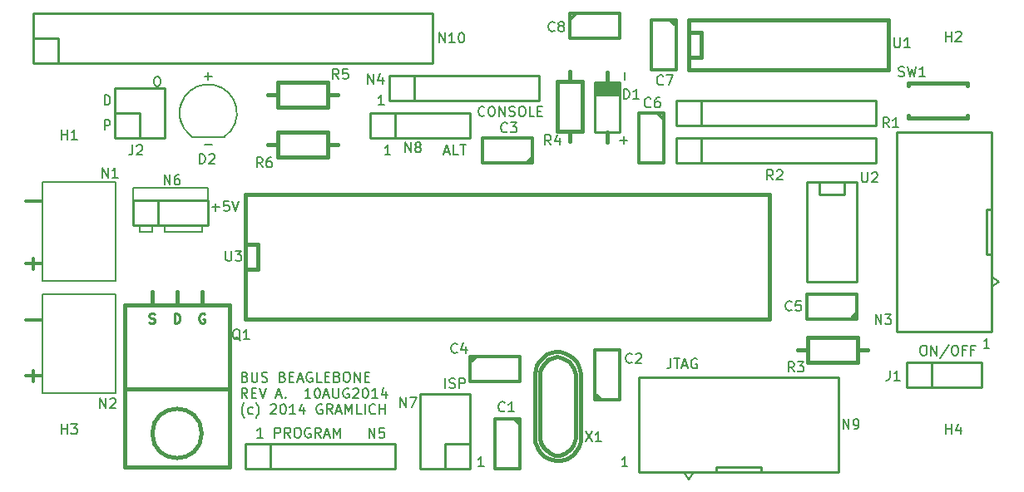
<source format=gto>
%FSLAX34Y34*%
G04 Gerber Fmt 3.4, Leading zero omitted, Abs format*
G04 (created by PCBNEW (2014-jan-25)-product) date Sun 10 Aug 2014 10:49:42 PM PDT*
%MOIN*%
G01*
G70*
G90*
G04 APERTURE LIST*
%ADD10C,0.003937*%
%ADD11C,0.008000*%
%ADD12C,0.011811*%
%ADD13C,0.012000*%
%ADD14C,0.015000*%
%ADD15C,0.010000*%
%ADD16C,0.005906*%
%ADD17C,0.009850*%
%ADD18C,0.009900*%
G04 APERTURE END LIST*
G54D10*
G54D11*
X47145Y-48028D02*
X47450Y-48028D01*
X47297Y-48180D02*
X47297Y-47876D01*
X47830Y-47780D02*
X47640Y-47780D01*
X47621Y-47971D01*
X47640Y-47952D01*
X47678Y-47933D01*
X47773Y-47933D01*
X47811Y-47952D01*
X47830Y-47971D01*
X47850Y-48009D01*
X47850Y-48104D01*
X47830Y-48142D01*
X47811Y-48161D01*
X47773Y-48180D01*
X47678Y-48180D01*
X47640Y-48161D01*
X47621Y-48142D01*
X47964Y-47780D02*
X48097Y-48180D01*
X48230Y-47780D01*
X56476Y-45816D02*
X56666Y-45816D01*
X56438Y-45930D02*
X56571Y-45530D01*
X56704Y-45930D01*
X57028Y-45930D02*
X56838Y-45930D01*
X56838Y-45530D01*
X57104Y-45530D02*
X57333Y-45530D01*
X57219Y-45930D02*
X57219Y-45530D01*
X58073Y-44342D02*
X58054Y-44361D01*
X57997Y-44380D01*
X57959Y-44380D01*
X57902Y-44361D01*
X57864Y-44323D01*
X57845Y-44285D01*
X57826Y-44209D01*
X57826Y-44152D01*
X57845Y-44076D01*
X57864Y-44038D01*
X57902Y-44000D01*
X57959Y-43980D01*
X57997Y-43980D01*
X58054Y-44000D01*
X58073Y-44019D01*
X58321Y-43980D02*
X58397Y-43980D01*
X58435Y-44000D01*
X58473Y-44038D01*
X58492Y-44114D01*
X58492Y-44247D01*
X58473Y-44323D01*
X58435Y-44361D01*
X58397Y-44380D01*
X58321Y-44380D01*
X58283Y-44361D01*
X58245Y-44323D01*
X58226Y-44247D01*
X58226Y-44114D01*
X58245Y-44038D01*
X58283Y-44000D01*
X58321Y-43980D01*
X58664Y-44380D02*
X58664Y-43980D01*
X58892Y-44380D01*
X58892Y-43980D01*
X59064Y-44361D02*
X59121Y-44380D01*
X59216Y-44380D01*
X59254Y-44361D01*
X59273Y-44342D01*
X59292Y-44304D01*
X59292Y-44266D01*
X59273Y-44228D01*
X59254Y-44209D01*
X59216Y-44190D01*
X59140Y-44171D01*
X59102Y-44152D01*
X59083Y-44133D01*
X59064Y-44095D01*
X59064Y-44057D01*
X59083Y-44019D01*
X59102Y-44000D01*
X59140Y-43980D01*
X59235Y-43980D01*
X59292Y-44000D01*
X59540Y-43980D02*
X59616Y-43980D01*
X59654Y-44000D01*
X59692Y-44038D01*
X59711Y-44114D01*
X59711Y-44247D01*
X59692Y-44323D01*
X59654Y-44361D01*
X59616Y-44380D01*
X59540Y-44380D01*
X59502Y-44361D01*
X59464Y-44323D01*
X59445Y-44247D01*
X59445Y-44114D01*
X59464Y-44038D01*
X59502Y-44000D01*
X59540Y-43980D01*
X60073Y-44380D02*
X59883Y-44380D01*
X59883Y-43980D01*
X60207Y-44171D02*
X60340Y-44171D01*
X60397Y-44380D02*
X60207Y-44380D01*
X60207Y-43980D01*
X60397Y-43980D01*
X56495Y-55280D02*
X56495Y-54880D01*
X56666Y-55261D02*
X56723Y-55280D01*
X56819Y-55280D01*
X56857Y-55261D01*
X56876Y-55242D01*
X56895Y-55204D01*
X56895Y-55166D01*
X56876Y-55128D01*
X56857Y-55109D01*
X56819Y-55090D01*
X56742Y-55071D01*
X56704Y-55052D01*
X56685Y-55033D01*
X56666Y-54995D01*
X56666Y-54957D01*
X56685Y-54919D01*
X56704Y-54900D01*
X56742Y-54880D01*
X56838Y-54880D01*
X56895Y-54900D01*
X57066Y-55280D02*
X57066Y-54880D01*
X57219Y-54880D01*
X57257Y-54900D01*
X57276Y-54919D01*
X57295Y-54957D01*
X57295Y-55014D01*
X57276Y-55052D01*
X57257Y-55071D01*
X57219Y-55090D01*
X57066Y-55090D01*
X75632Y-53572D02*
X75708Y-53572D01*
X75746Y-53591D01*
X75784Y-53629D01*
X75803Y-53705D01*
X75803Y-53838D01*
X75784Y-53915D01*
X75746Y-53953D01*
X75708Y-53972D01*
X75632Y-53972D01*
X75593Y-53953D01*
X75555Y-53915D01*
X75536Y-53838D01*
X75536Y-53705D01*
X75555Y-53629D01*
X75593Y-53591D01*
X75632Y-53572D01*
X75974Y-53972D02*
X75974Y-53572D01*
X76203Y-53972D01*
X76203Y-53572D01*
X76679Y-53553D02*
X76336Y-54067D01*
X76889Y-53572D02*
X76965Y-53572D01*
X77003Y-53591D01*
X77041Y-53629D01*
X77060Y-53705D01*
X77060Y-53838D01*
X77041Y-53915D01*
X77003Y-53953D01*
X76965Y-53972D01*
X76889Y-53972D01*
X76851Y-53953D01*
X76813Y-53915D01*
X76793Y-53838D01*
X76793Y-53705D01*
X76813Y-53629D01*
X76851Y-53591D01*
X76889Y-53572D01*
X77365Y-53762D02*
X77232Y-53762D01*
X77232Y-53972D02*
X77232Y-53572D01*
X77422Y-53572D01*
X77708Y-53762D02*
X77574Y-53762D01*
X77574Y-53972D02*
X77574Y-53572D01*
X77765Y-53572D01*
X65528Y-54099D02*
X65528Y-54385D01*
X65509Y-54442D01*
X65471Y-54480D01*
X65414Y-54499D01*
X65376Y-54499D01*
X65661Y-54099D02*
X65890Y-54099D01*
X65776Y-54499D02*
X65776Y-54099D01*
X66004Y-54385D02*
X66195Y-54385D01*
X65966Y-54499D02*
X66099Y-54099D01*
X66233Y-54499D01*
X66576Y-54118D02*
X66537Y-54099D01*
X66480Y-54099D01*
X66423Y-54118D01*
X66385Y-54156D01*
X66366Y-54195D01*
X66347Y-54271D01*
X66347Y-54328D01*
X66366Y-54404D01*
X66385Y-54442D01*
X66423Y-54480D01*
X66480Y-54499D01*
X66518Y-54499D01*
X66576Y-54480D01*
X66595Y-54461D01*
X66595Y-54328D01*
X66518Y-54328D01*
X44921Y-42780D02*
X44997Y-42780D01*
X45035Y-42800D01*
X45073Y-42838D01*
X45092Y-42914D01*
X45092Y-43047D01*
X45073Y-43123D01*
X45035Y-43161D01*
X44997Y-43180D01*
X44921Y-43180D01*
X44883Y-43161D01*
X44845Y-43123D01*
X44826Y-43047D01*
X44826Y-42914D01*
X44845Y-42838D01*
X44883Y-42800D01*
X44921Y-42780D01*
X42845Y-43930D02*
X42845Y-43530D01*
X42940Y-43530D01*
X42997Y-43550D01*
X43035Y-43588D01*
X43054Y-43626D01*
X43073Y-43702D01*
X43073Y-43759D01*
X43054Y-43835D01*
X43035Y-43873D01*
X42997Y-43911D01*
X42940Y-43930D01*
X42845Y-43930D01*
X42845Y-44930D02*
X42845Y-44530D01*
X42997Y-44530D01*
X43035Y-44550D01*
X43054Y-44569D01*
X43073Y-44607D01*
X43073Y-44664D01*
X43054Y-44702D01*
X43035Y-44721D01*
X42997Y-44740D01*
X42845Y-44740D01*
X54054Y-43930D02*
X53826Y-43930D01*
X53940Y-43930D02*
X53940Y-43530D01*
X53902Y-43588D01*
X53864Y-43626D01*
X53826Y-43645D01*
X54304Y-45930D02*
X54076Y-45930D01*
X54190Y-45930D02*
X54190Y-45530D01*
X54152Y-45588D01*
X54114Y-45626D01*
X54076Y-45645D01*
X78304Y-53680D02*
X78076Y-53680D01*
X78190Y-53680D02*
X78190Y-53280D01*
X78152Y-53338D01*
X78114Y-53376D01*
X78076Y-53395D01*
X63804Y-58430D02*
X63576Y-58430D01*
X63690Y-58430D02*
X63690Y-58030D01*
X63652Y-58088D01*
X63614Y-58126D01*
X63576Y-58145D01*
X58054Y-58430D02*
X57826Y-58430D01*
X57940Y-58430D02*
X57940Y-58030D01*
X57902Y-58088D01*
X57864Y-58126D01*
X57826Y-58145D01*
X49190Y-57271D02*
X48962Y-57271D01*
X49076Y-57271D02*
X49076Y-56871D01*
X49038Y-56928D01*
X49000Y-56966D01*
X48962Y-56985D01*
X49666Y-57271D02*
X49666Y-56871D01*
X49819Y-56871D01*
X49857Y-56890D01*
X49876Y-56909D01*
X49895Y-56947D01*
X49895Y-57004D01*
X49876Y-57042D01*
X49857Y-57061D01*
X49819Y-57081D01*
X49666Y-57081D01*
X50295Y-57271D02*
X50162Y-57081D01*
X50066Y-57271D02*
X50066Y-56871D01*
X50219Y-56871D01*
X50257Y-56890D01*
X50276Y-56909D01*
X50295Y-56947D01*
X50295Y-57004D01*
X50276Y-57042D01*
X50257Y-57061D01*
X50219Y-57081D01*
X50066Y-57081D01*
X50542Y-56871D02*
X50619Y-56871D01*
X50657Y-56890D01*
X50695Y-56928D01*
X50714Y-57004D01*
X50714Y-57138D01*
X50695Y-57214D01*
X50657Y-57252D01*
X50619Y-57271D01*
X50542Y-57271D01*
X50504Y-57252D01*
X50466Y-57214D01*
X50447Y-57138D01*
X50447Y-57004D01*
X50466Y-56928D01*
X50504Y-56890D01*
X50542Y-56871D01*
X51095Y-56890D02*
X51057Y-56871D01*
X51000Y-56871D01*
X50942Y-56890D01*
X50904Y-56928D01*
X50885Y-56966D01*
X50866Y-57042D01*
X50866Y-57100D01*
X50885Y-57176D01*
X50904Y-57214D01*
X50942Y-57252D01*
X51000Y-57271D01*
X51038Y-57271D01*
X51095Y-57252D01*
X51114Y-57233D01*
X51114Y-57100D01*
X51038Y-57100D01*
X51514Y-57271D02*
X51381Y-57081D01*
X51285Y-57271D02*
X51285Y-56871D01*
X51438Y-56871D01*
X51476Y-56890D01*
X51495Y-56909D01*
X51514Y-56947D01*
X51514Y-57004D01*
X51495Y-57042D01*
X51476Y-57061D01*
X51438Y-57081D01*
X51285Y-57081D01*
X51666Y-57157D02*
X51857Y-57157D01*
X51628Y-57271D02*
X51762Y-56871D01*
X51895Y-57271D01*
X52028Y-57271D02*
X52028Y-56871D01*
X52162Y-57157D01*
X52295Y-56871D01*
X52295Y-57271D01*
X48478Y-54831D02*
X48535Y-54850D01*
X48554Y-54869D01*
X48573Y-54907D01*
X48573Y-54964D01*
X48554Y-55002D01*
X48535Y-55021D01*
X48497Y-55040D01*
X48345Y-55040D01*
X48345Y-54640D01*
X48478Y-54640D01*
X48516Y-54660D01*
X48535Y-54679D01*
X48554Y-54717D01*
X48554Y-54755D01*
X48535Y-54793D01*
X48516Y-54812D01*
X48478Y-54831D01*
X48345Y-54831D01*
X48745Y-54640D02*
X48745Y-54964D01*
X48764Y-55002D01*
X48783Y-55021D01*
X48821Y-55040D01*
X48897Y-55040D01*
X48935Y-55021D01*
X48954Y-55002D01*
X48973Y-54964D01*
X48973Y-54640D01*
X49145Y-55021D02*
X49202Y-55040D01*
X49297Y-55040D01*
X49335Y-55021D01*
X49354Y-55002D01*
X49373Y-54964D01*
X49373Y-54926D01*
X49354Y-54888D01*
X49335Y-54869D01*
X49297Y-54850D01*
X49221Y-54831D01*
X49183Y-54812D01*
X49164Y-54793D01*
X49145Y-54755D01*
X49145Y-54717D01*
X49164Y-54679D01*
X49183Y-54660D01*
X49221Y-54640D01*
X49316Y-54640D01*
X49373Y-54660D01*
X49983Y-54831D02*
X50040Y-54850D01*
X50059Y-54869D01*
X50078Y-54907D01*
X50078Y-54964D01*
X50059Y-55002D01*
X50040Y-55021D01*
X50002Y-55040D01*
X49850Y-55040D01*
X49850Y-54640D01*
X49983Y-54640D01*
X50021Y-54660D01*
X50040Y-54679D01*
X50059Y-54717D01*
X50059Y-54755D01*
X50040Y-54793D01*
X50021Y-54812D01*
X49983Y-54831D01*
X49850Y-54831D01*
X50250Y-54831D02*
X50383Y-54831D01*
X50440Y-55040D02*
X50250Y-55040D01*
X50250Y-54640D01*
X50440Y-54640D01*
X50592Y-54926D02*
X50783Y-54926D01*
X50554Y-55040D02*
X50688Y-54640D01*
X50821Y-55040D01*
X51164Y-54660D02*
X51126Y-54640D01*
X51069Y-54640D01*
X51011Y-54660D01*
X50973Y-54698D01*
X50954Y-54736D01*
X50935Y-54812D01*
X50935Y-54869D01*
X50954Y-54945D01*
X50973Y-54983D01*
X51011Y-55021D01*
X51069Y-55040D01*
X51107Y-55040D01*
X51164Y-55021D01*
X51183Y-55002D01*
X51183Y-54869D01*
X51107Y-54869D01*
X51545Y-55040D02*
X51354Y-55040D01*
X51354Y-54640D01*
X51678Y-54831D02*
X51811Y-54831D01*
X51869Y-55040D02*
X51678Y-55040D01*
X51678Y-54640D01*
X51869Y-54640D01*
X52173Y-54831D02*
X52230Y-54850D01*
X52249Y-54869D01*
X52269Y-54907D01*
X52269Y-54964D01*
X52249Y-55002D01*
X52230Y-55021D01*
X52192Y-55040D01*
X52040Y-55040D01*
X52040Y-54640D01*
X52173Y-54640D01*
X52211Y-54660D01*
X52230Y-54679D01*
X52249Y-54717D01*
X52249Y-54755D01*
X52230Y-54793D01*
X52211Y-54812D01*
X52173Y-54831D01*
X52040Y-54831D01*
X52516Y-54640D02*
X52592Y-54640D01*
X52630Y-54660D01*
X52669Y-54698D01*
X52688Y-54774D01*
X52688Y-54907D01*
X52669Y-54983D01*
X52630Y-55021D01*
X52592Y-55040D01*
X52516Y-55040D01*
X52478Y-55021D01*
X52440Y-54983D01*
X52421Y-54907D01*
X52421Y-54774D01*
X52440Y-54698D01*
X52478Y-54660D01*
X52516Y-54640D01*
X52859Y-55040D02*
X52859Y-54640D01*
X53088Y-55040D01*
X53088Y-54640D01*
X53278Y-54831D02*
X53411Y-54831D01*
X53469Y-55040D02*
X53278Y-55040D01*
X53278Y-54640D01*
X53469Y-54640D01*
X48573Y-55680D02*
X48440Y-55490D01*
X48345Y-55680D02*
X48345Y-55280D01*
X48497Y-55280D01*
X48535Y-55300D01*
X48554Y-55319D01*
X48573Y-55357D01*
X48573Y-55414D01*
X48554Y-55452D01*
X48535Y-55471D01*
X48497Y-55490D01*
X48345Y-55490D01*
X48745Y-55471D02*
X48878Y-55471D01*
X48935Y-55680D02*
X48745Y-55680D01*
X48745Y-55280D01*
X48935Y-55280D01*
X49050Y-55280D02*
X49183Y-55680D01*
X49316Y-55280D01*
X49735Y-55566D02*
X49926Y-55566D01*
X49697Y-55680D02*
X49830Y-55280D01*
X49964Y-55680D01*
X50097Y-55642D02*
X50116Y-55661D01*
X50097Y-55680D01*
X50078Y-55661D01*
X50097Y-55642D01*
X50097Y-55680D01*
X51107Y-55680D02*
X50878Y-55680D01*
X50992Y-55680D02*
X50992Y-55280D01*
X50954Y-55338D01*
X50916Y-55376D01*
X50878Y-55395D01*
X51354Y-55280D02*
X51392Y-55280D01*
X51430Y-55300D01*
X51449Y-55319D01*
X51469Y-55357D01*
X51488Y-55433D01*
X51488Y-55528D01*
X51469Y-55604D01*
X51449Y-55642D01*
X51430Y-55661D01*
X51392Y-55680D01*
X51354Y-55680D01*
X51316Y-55661D01*
X51297Y-55642D01*
X51278Y-55604D01*
X51259Y-55528D01*
X51259Y-55433D01*
X51278Y-55357D01*
X51297Y-55319D01*
X51316Y-55300D01*
X51354Y-55280D01*
X51640Y-55566D02*
X51830Y-55566D01*
X51602Y-55680D02*
X51735Y-55280D01*
X51869Y-55680D01*
X52002Y-55280D02*
X52002Y-55604D01*
X52021Y-55642D01*
X52040Y-55661D01*
X52078Y-55680D01*
X52154Y-55680D01*
X52192Y-55661D01*
X52211Y-55642D01*
X52230Y-55604D01*
X52230Y-55280D01*
X52630Y-55300D02*
X52592Y-55280D01*
X52535Y-55280D01*
X52478Y-55300D01*
X52440Y-55338D01*
X52421Y-55376D01*
X52402Y-55452D01*
X52402Y-55509D01*
X52421Y-55585D01*
X52440Y-55623D01*
X52478Y-55661D01*
X52535Y-55680D01*
X52573Y-55680D01*
X52630Y-55661D01*
X52649Y-55642D01*
X52649Y-55509D01*
X52573Y-55509D01*
X52802Y-55319D02*
X52821Y-55300D01*
X52859Y-55280D01*
X52954Y-55280D01*
X52992Y-55300D01*
X53011Y-55319D01*
X53030Y-55357D01*
X53030Y-55395D01*
X53011Y-55452D01*
X52783Y-55680D01*
X53030Y-55680D01*
X53278Y-55280D02*
X53316Y-55280D01*
X53354Y-55300D01*
X53373Y-55319D01*
X53392Y-55357D01*
X53411Y-55433D01*
X53411Y-55528D01*
X53392Y-55604D01*
X53373Y-55642D01*
X53354Y-55661D01*
X53316Y-55680D01*
X53278Y-55680D01*
X53240Y-55661D01*
X53221Y-55642D01*
X53202Y-55604D01*
X53183Y-55528D01*
X53183Y-55433D01*
X53202Y-55357D01*
X53221Y-55319D01*
X53240Y-55300D01*
X53278Y-55280D01*
X53792Y-55680D02*
X53564Y-55680D01*
X53678Y-55680D02*
X53678Y-55280D01*
X53640Y-55338D01*
X53602Y-55376D01*
X53564Y-55395D01*
X54135Y-55414D02*
X54135Y-55680D01*
X54040Y-55261D02*
X53945Y-55547D01*
X54192Y-55547D01*
X48459Y-56473D02*
X48440Y-56454D01*
X48402Y-56397D01*
X48383Y-56359D01*
X48364Y-56301D01*
X48345Y-56206D01*
X48345Y-56130D01*
X48364Y-56035D01*
X48383Y-55978D01*
X48402Y-55940D01*
X48440Y-55882D01*
X48459Y-55863D01*
X48783Y-56301D02*
X48745Y-56320D01*
X48669Y-56320D01*
X48630Y-56301D01*
X48611Y-56282D01*
X48592Y-56244D01*
X48592Y-56130D01*
X48611Y-56092D01*
X48630Y-56073D01*
X48669Y-56054D01*
X48745Y-56054D01*
X48783Y-56073D01*
X48916Y-56473D02*
X48935Y-56454D01*
X48973Y-56397D01*
X48992Y-56359D01*
X49011Y-56301D01*
X49030Y-56206D01*
X49030Y-56130D01*
X49011Y-56035D01*
X48992Y-55978D01*
X48973Y-55940D01*
X48935Y-55882D01*
X48916Y-55863D01*
X49507Y-55959D02*
X49526Y-55940D01*
X49564Y-55920D01*
X49659Y-55920D01*
X49697Y-55940D01*
X49716Y-55959D01*
X49735Y-55997D01*
X49735Y-56035D01*
X49716Y-56092D01*
X49488Y-56320D01*
X49735Y-56320D01*
X49983Y-55920D02*
X50021Y-55920D01*
X50059Y-55940D01*
X50078Y-55959D01*
X50097Y-55997D01*
X50116Y-56073D01*
X50116Y-56168D01*
X50097Y-56244D01*
X50078Y-56282D01*
X50059Y-56301D01*
X50021Y-56320D01*
X49983Y-56320D01*
X49945Y-56301D01*
X49926Y-56282D01*
X49907Y-56244D01*
X49888Y-56168D01*
X49888Y-56073D01*
X49907Y-55997D01*
X49926Y-55959D01*
X49945Y-55940D01*
X49983Y-55920D01*
X50497Y-56320D02*
X50269Y-56320D01*
X50383Y-56320D02*
X50383Y-55920D01*
X50345Y-55978D01*
X50307Y-56016D01*
X50269Y-56035D01*
X50840Y-56054D02*
X50840Y-56320D01*
X50745Y-55901D02*
X50649Y-56187D01*
X50897Y-56187D01*
X51564Y-55940D02*
X51526Y-55920D01*
X51469Y-55920D01*
X51411Y-55940D01*
X51373Y-55978D01*
X51354Y-56016D01*
X51335Y-56092D01*
X51335Y-56149D01*
X51354Y-56225D01*
X51373Y-56263D01*
X51411Y-56301D01*
X51469Y-56320D01*
X51507Y-56320D01*
X51564Y-56301D01*
X51583Y-56282D01*
X51583Y-56149D01*
X51507Y-56149D01*
X51983Y-56320D02*
X51849Y-56130D01*
X51754Y-56320D02*
X51754Y-55920D01*
X51907Y-55920D01*
X51945Y-55940D01*
X51964Y-55959D01*
X51983Y-55997D01*
X51983Y-56054D01*
X51964Y-56092D01*
X51945Y-56111D01*
X51907Y-56130D01*
X51754Y-56130D01*
X52135Y-56206D02*
X52326Y-56206D01*
X52097Y-56320D02*
X52230Y-55920D01*
X52364Y-56320D01*
X52497Y-56320D02*
X52497Y-55920D01*
X52630Y-56206D01*
X52764Y-55920D01*
X52764Y-56320D01*
X53145Y-56320D02*
X52954Y-56320D01*
X52954Y-55920D01*
X53278Y-56320D02*
X53278Y-55920D01*
X53697Y-56282D02*
X53678Y-56301D01*
X53621Y-56320D01*
X53583Y-56320D01*
X53526Y-56301D01*
X53488Y-56263D01*
X53469Y-56225D01*
X53449Y-56149D01*
X53449Y-56092D01*
X53469Y-56016D01*
X53488Y-55978D01*
X53526Y-55940D01*
X53583Y-55920D01*
X53621Y-55920D01*
X53678Y-55940D01*
X53697Y-55959D01*
X53869Y-56320D02*
X53869Y-55920D01*
X53869Y-56111D02*
X54097Y-56111D01*
X54097Y-56320D02*
X54097Y-55920D01*
G54D12*
X40304Y-52542D02*
X39695Y-52542D01*
X40304Y-47792D02*
X39695Y-47792D01*
X40304Y-54792D02*
X39695Y-54792D01*
X40000Y-55017D02*
X40000Y-54567D01*
X40304Y-50292D02*
X39695Y-50292D01*
X40000Y-50517D02*
X40000Y-50067D01*
G54D13*
X59500Y-56520D02*
X59500Y-58500D01*
X59500Y-58500D02*
X58500Y-58500D01*
X58500Y-58500D02*
X58500Y-56500D01*
X58500Y-56500D02*
X59500Y-56500D01*
X59250Y-56500D02*
X59500Y-56750D01*
X62500Y-55730D02*
X62500Y-53750D01*
X62500Y-53750D02*
X63500Y-53750D01*
X63500Y-53750D02*
X63500Y-55750D01*
X63500Y-55750D02*
X62500Y-55750D01*
X62750Y-55750D02*
X62500Y-55500D01*
X59980Y-46250D02*
X58000Y-46250D01*
X58000Y-46250D02*
X58000Y-45250D01*
X58000Y-45250D02*
X60000Y-45250D01*
X60000Y-45250D02*
X60000Y-46250D01*
X60000Y-46000D02*
X59750Y-46250D01*
X57520Y-54000D02*
X59500Y-54000D01*
X59500Y-54000D02*
X59500Y-55000D01*
X59500Y-55000D02*
X57500Y-55000D01*
X57500Y-55000D02*
X57500Y-54000D01*
X57500Y-54250D02*
X57750Y-54000D01*
X72980Y-52500D02*
X71000Y-52500D01*
X71000Y-52500D02*
X71000Y-51500D01*
X71000Y-51500D02*
X73000Y-51500D01*
X73000Y-51500D02*
X73000Y-52500D01*
X73000Y-52250D02*
X72750Y-52500D01*
X65250Y-44270D02*
X65250Y-46250D01*
X65250Y-46250D02*
X64250Y-46250D01*
X64250Y-46250D02*
X64250Y-44250D01*
X64250Y-44250D02*
X65250Y-44250D01*
X65000Y-44250D02*
X65250Y-44500D01*
X65750Y-40520D02*
X65750Y-42500D01*
X65750Y-42500D02*
X64750Y-42500D01*
X64750Y-42500D02*
X64750Y-40500D01*
X64750Y-40500D02*
X65750Y-40500D01*
X65500Y-40500D02*
X65750Y-40750D01*
X61520Y-40250D02*
X63500Y-40250D01*
X63500Y-40250D02*
X63500Y-41250D01*
X63500Y-41250D02*
X61500Y-41250D01*
X61500Y-41250D02*
X61500Y-40250D01*
X61500Y-40500D02*
X61750Y-40250D01*
G54D14*
X63000Y-45000D02*
X63000Y-45400D01*
X63000Y-43100D02*
X63000Y-42600D01*
G54D15*
X62500Y-43200D02*
X63500Y-43200D01*
X62500Y-43300D02*
X63500Y-43300D01*
X62500Y-43400D02*
X63500Y-43400D01*
X62500Y-43100D02*
X63500Y-43100D01*
X62500Y-43500D02*
X63500Y-43000D01*
X62500Y-43000D02*
X63500Y-43500D01*
X62500Y-43500D02*
X63500Y-43500D01*
X62500Y-43250D02*
X63500Y-43250D01*
X63500Y-43000D02*
X62500Y-43000D01*
X62500Y-43000D02*
X62500Y-45000D01*
X62500Y-45000D02*
X63500Y-45000D01*
X63500Y-45000D02*
X63500Y-43000D01*
G54D16*
X46050Y-43600D02*
G75*
G03X46350Y-45200I950J-650D01*
G74*
G01*
X46350Y-45200D02*
X47650Y-45200D01*
X47650Y-45200D02*
G75*
G03X46050Y-44900I-650J950D01*
G74*
G01*
G54D15*
X76000Y-55250D02*
X78000Y-55250D01*
X78000Y-55250D02*
X78000Y-54250D01*
X78000Y-54250D02*
X76000Y-54250D01*
X75000Y-54250D02*
X76000Y-54250D01*
X76000Y-54250D02*
X76000Y-55250D01*
X75000Y-54250D02*
X75000Y-55250D01*
X75000Y-55250D02*
X76000Y-55250D01*
X43250Y-44250D02*
X43250Y-45250D01*
X43250Y-45250D02*
X44250Y-45250D01*
X44250Y-45250D02*
X44250Y-44250D01*
X44250Y-44250D02*
X43250Y-44250D01*
X43250Y-44250D02*
X43250Y-43250D01*
X43250Y-43250D02*
X45250Y-43250D01*
X45250Y-43250D02*
X45250Y-45250D01*
X45250Y-45250D02*
X44250Y-45250D01*
G54D11*
X40346Y-50968D02*
X43299Y-50968D01*
X43299Y-50968D02*
X43299Y-47031D01*
X43299Y-47031D02*
X40346Y-47031D01*
X40346Y-47031D02*
X40346Y-50968D01*
X40346Y-55468D02*
X43299Y-55468D01*
X43299Y-55468D02*
X43299Y-51531D01*
X43299Y-51531D02*
X40346Y-51531D01*
X40346Y-51531D02*
X40346Y-55468D01*
G54D16*
X78700Y-51000D02*
X78400Y-51200D01*
X78700Y-51000D02*
X78400Y-50800D01*
G54D15*
X78400Y-48100D02*
X78200Y-48100D01*
X78200Y-48100D02*
X78200Y-49900D01*
X78200Y-49900D02*
X78400Y-49900D01*
X74600Y-53000D02*
X74600Y-45000D01*
X74600Y-45000D02*
X78400Y-45000D01*
X78400Y-45000D02*
X78400Y-53000D01*
X78400Y-53000D02*
X74600Y-53000D01*
X55250Y-42750D02*
X60250Y-42750D01*
X60250Y-42750D02*
X60250Y-43750D01*
X60250Y-43750D02*
X55250Y-43750D01*
X54250Y-42750D02*
X55250Y-42750D01*
X55250Y-42750D02*
X55250Y-43750D01*
X54250Y-42750D02*
X54250Y-43750D01*
X54250Y-43750D02*
X55250Y-43750D01*
X49500Y-57500D02*
X54500Y-57500D01*
X54500Y-57500D02*
X54500Y-58500D01*
X54500Y-58500D02*
X49500Y-58500D01*
X48500Y-57500D02*
X49500Y-57500D01*
X49500Y-57500D02*
X49500Y-58500D01*
X48500Y-57500D02*
X48500Y-58500D01*
X48500Y-58500D02*
X49500Y-58500D01*
G54D16*
X44750Y-48750D02*
X44750Y-49000D01*
X44750Y-49000D02*
X44250Y-49000D01*
X44250Y-49000D02*
X44250Y-48750D01*
X46750Y-48750D02*
X46750Y-49000D01*
X46750Y-49000D02*
X45250Y-49000D01*
X45250Y-49000D02*
X45250Y-48750D01*
X44000Y-47750D02*
X44000Y-47250D01*
X44000Y-47250D02*
X47000Y-47250D01*
X47000Y-47250D02*
X47000Y-47750D01*
G54D15*
X45000Y-48750D02*
X47000Y-48750D01*
X47000Y-48750D02*
X47000Y-47750D01*
X47000Y-47750D02*
X45000Y-47750D01*
X44000Y-47750D02*
X45000Y-47750D01*
X45000Y-47750D02*
X45000Y-48750D01*
X44000Y-47750D02*
X44000Y-48750D01*
X44000Y-48750D02*
X45000Y-48750D01*
X56500Y-58500D02*
X56500Y-57500D01*
X56500Y-57500D02*
X57500Y-57500D01*
X57500Y-58500D02*
X57500Y-55500D01*
X57500Y-55500D02*
X55500Y-55500D01*
X55500Y-55500D02*
X55500Y-57500D01*
X57500Y-58500D02*
X56500Y-58500D01*
X55500Y-58500D02*
X56500Y-58500D01*
X55500Y-57500D02*
X55500Y-58500D01*
X54500Y-45250D02*
X57500Y-45250D01*
X54500Y-44250D02*
X57500Y-44250D01*
X53500Y-44250D02*
X54500Y-44250D01*
X57500Y-45250D02*
X57500Y-44250D01*
X54500Y-44250D02*
X54500Y-45250D01*
X53500Y-44250D02*
X53500Y-45250D01*
X53500Y-45250D02*
X54500Y-45250D01*
G54D16*
X66250Y-58950D02*
X66050Y-58650D01*
X66250Y-58950D02*
X66450Y-58650D01*
G54D15*
X69150Y-58650D02*
X69150Y-58450D01*
X69150Y-58450D02*
X67350Y-58450D01*
X67350Y-58450D02*
X67350Y-58650D01*
X64250Y-54850D02*
X72250Y-54850D01*
X72250Y-54850D02*
X72250Y-58650D01*
X72250Y-58650D02*
X64250Y-58650D01*
X64250Y-58650D02*
X64250Y-54850D01*
G54D14*
X46750Y-51950D02*
X46750Y-51400D01*
X45750Y-51950D02*
X45750Y-51400D01*
X44750Y-51950D02*
X44750Y-51400D01*
X46739Y-57100D02*
G75*
G03X46739Y-57100I-989J0D01*
G74*
G01*
X43650Y-55300D02*
X43650Y-58450D01*
X43650Y-58450D02*
X47850Y-58450D01*
X47850Y-58450D02*
X47850Y-55300D01*
X43650Y-51950D02*
X43650Y-55300D01*
X43650Y-55300D02*
X47850Y-55300D01*
X47850Y-55300D02*
X47850Y-51950D01*
X45750Y-51950D02*
X47850Y-51950D01*
X45750Y-51950D02*
X43650Y-51950D01*
G54D15*
X66750Y-43750D02*
X73750Y-43750D01*
X73750Y-43750D02*
X73750Y-44750D01*
X73750Y-44750D02*
X66750Y-44750D01*
X65750Y-43750D02*
X66750Y-43750D01*
X66750Y-43750D02*
X66750Y-44750D01*
X65750Y-43750D02*
X65750Y-44750D01*
X65750Y-44750D02*
X66750Y-44750D01*
X66750Y-45250D02*
X73750Y-45250D01*
X73750Y-45250D02*
X73750Y-46250D01*
X73750Y-46250D02*
X66750Y-46250D01*
X65750Y-45250D02*
X66750Y-45250D01*
X66750Y-45250D02*
X66750Y-46250D01*
X65750Y-45250D02*
X65750Y-46250D01*
X65750Y-46250D02*
X66750Y-46250D01*
G54D14*
X71031Y-53750D02*
X70631Y-53750D01*
X73031Y-53750D02*
X73431Y-53750D01*
X71031Y-53250D02*
X73031Y-53250D01*
X73031Y-53250D02*
X73031Y-54250D01*
X73031Y-54250D02*
X71031Y-54250D01*
X71031Y-54250D02*
X71031Y-53250D01*
X61500Y-44969D02*
X61500Y-45369D01*
X61500Y-42969D02*
X61500Y-42569D01*
X61000Y-44969D02*
X61000Y-42969D01*
X61000Y-42969D02*
X62000Y-42969D01*
X62000Y-42969D02*
X62000Y-44969D01*
X62000Y-44969D02*
X61000Y-44969D01*
X49781Y-43500D02*
X49381Y-43500D01*
X51781Y-43500D02*
X52181Y-43500D01*
X49781Y-43000D02*
X51781Y-43000D01*
X51781Y-43000D02*
X51781Y-44000D01*
X51781Y-44000D02*
X49781Y-44000D01*
X49781Y-44000D02*
X49781Y-43000D01*
X49781Y-45500D02*
X49381Y-45500D01*
X51781Y-45500D02*
X52181Y-45500D01*
X49781Y-45000D02*
X51781Y-45000D01*
X51781Y-45000D02*
X51781Y-46000D01*
X51781Y-46000D02*
X49781Y-46000D01*
X49781Y-46000D02*
X49781Y-45000D01*
X77431Y-44439D02*
X77431Y-44341D01*
X75069Y-44439D02*
X75069Y-44341D01*
X77431Y-43061D02*
X77431Y-43159D01*
X75069Y-43061D02*
X75069Y-43159D01*
X75069Y-44439D02*
X77431Y-44439D01*
X75069Y-43061D02*
X77431Y-43061D01*
X66250Y-40500D02*
X74250Y-40500D01*
X74250Y-42500D02*
X66250Y-42500D01*
X66250Y-42500D02*
X66250Y-40500D01*
X66250Y-41000D02*
X66750Y-41000D01*
X66750Y-41000D02*
X66750Y-42000D01*
X66750Y-42000D02*
X66250Y-42000D01*
X74250Y-40500D02*
X74250Y-42500D01*
G54D15*
X72500Y-47000D02*
X72500Y-47500D01*
X72500Y-47500D02*
X71500Y-47500D01*
X71500Y-47500D02*
X71500Y-47000D01*
X73000Y-47000D02*
X73000Y-51000D01*
X73000Y-51000D02*
X71000Y-51000D01*
X71000Y-51000D02*
X71000Y-47000D01*
X71000Y-47000D02*
X73000Y-47000D01*
G54D14*
X48500Y-49500D02*
X49000Y-49500D01*
X49000Y-49500D02*
X49000Y-50500D01*
X49000Y-50500D02*
X48500Y-50500D01*
X48500Y-47500D02*
X69500Y-47500D01*
X69500Y-47500D02*
X69500Y-52500D01*
X69500Y-52500D02*
X48500Y-52500D01*
X48500Y-52500D02*
X48500Y-47500D01*
X60606Y-54150D02*
X60764Y-54071D01*
X60764Y-54071D02*
X61000Y-54031D01*
X61000Y-54031D02*
X61197Y-54071D01*
X61197Y-54071D02*
X61472Y-54228D01*
X61472Y-54228D02*
X61630Y-54465D01*
X61630Y-54465D02*
X61709Y-54701D01*
X61709Y-54701D02*
X61709Y-57299D01*
X61709Y-57299D02*
X61630Y-57575D01*
X61630Y-57575D02*
X61512Y-57732D01*
X61512Y-57732D02*
X61315Y-57890D01*
X61315Y-57890D02*
X61079Y-57969D01*
X61079Y-57969D02*
X60882Y-57969D01*
X60882Y-57969D02*
X60685Y-57890D01*
X60685Y-57890D02*
X60449Y-57693D01*
X60449Y-57693D02*
X60331Y-57496D01*
X60331Y-57496D02*
X60291Y-57299D01*
X60291Y-57260D02*
X60291Y-54661D01*
X60291Y-54661D02*
X60331Y-54504D01*
X60331Y-54504D02*
X60449Y-54307D01*
X60449Y-54307D02*
X60646Y-54110D01*
X60083Y-57256D02*
X60102Y-57437D01*
X60102Y-57437D02*
X60146Y-57594D01*
X60146Y-57594D02*
X60232Y-57764D01*
X60232Y-57764D02*
X60323Y-57878D01*
X60323Y-57878D02*
X60461Y-58008D01*
X60461Y-58008D02*
X60673Y-58122D01*
X60673Y-58122D02*
X60909Y-58173D01*
X60909Y-58173D02*
X61110Y-58173D01*
X61110Y-58173D02*
X61386Y-58106D01*
X61386Y-58106D02*
X61618Y-57949D01*
X61618Y-57949D02*
X61764Y-57768D01*
X61764Y-57768D02*
X61846Y-57602D01*
X61846Y-57602D02*
X61909Y-57425D01*
X61909Y-57425D02*
X61921Y-57252D01*
X61835Y-54362D02*
X61748Y-54213D01*
X61748Y-54213D02*
X61638Y-54087D01*
X61638Y-54087D02*
X61508Y-53988D01*
X61508Y-53988D02*
X61291Y-53870D01*
X61291Y-53870D02*
X61106Y-53827D01*
X61106Y-53827D02*
X60925Y-53819D01*
X60925Y-53819D02*
X60744Y-53854D01*
X60744Y-53854D02*
X60567Y-53929D01*
X60567Y-53929D02*
X60382Y-54071D01*
X60382Y-54071D02*
X60256Y-54209D01*
X60256Y-54209D02*
X60165Y-54362D01*
X60165Y-54362D02*
X60110Y-54531D01*
X60110Y-54531D02*
X60083Y-54705D01*
X61917Y-57260D02*
X61917Y-54720D01*
X61917Y-54720D02*
X61902Y-54555D01*
X61902Y-54555D02*
X61835Y-54362D01*
X60083Y-57260D02*
X60083Y-54720D01*
G54D15*
X56000Y-40250D02*
X40000Y-40250D01*
X41000Y-42250D02*
X56000Y-42250D01*
X56000Y-40250D02*
X56000Y-42250D01*
X40000Y-40250D02*
X40000Y-41250D01*
X40000Y-42250D02*
X41000Y-42250D01*
X40000Y-41250D02*
X41000Y-41250D01*
X41000Y-41250D02*
X41000Y-42250D01*
X40000Y-42250D02*
X40000Y-41250D01*
G54D11*
X58883Y-56192D02*
X58864Y-56211D01*
X58807Y-56230D01*
X58769Y-56230D01*
X58711Y-56211D01*
X58673Y-56173D01*
X58654Y-56135D01*
X58635Y-56059D01*
X58635Y-56002D01*
X58654Y-55926D01*
X58673Y-55888D01*
X58711Y-55850D01*
X58769Y-55830D01*
X58807Y-55830D01*
X58864Y-55850D01*
X58883Y-55869D01*
X59264Y-56230D02*
X59035Y-56230D01*
X59150Y-56230D02*
X59150Y-55830D01*
X59111Y-55888D01*
X59073Y-55926D01*
X59035Y-55945D01*
X63983Y-54242D02*
X63964Y-54261D01*
X63907Y-54280D01*
X63869Y-54280D01*
X63811Y-54261D01*
X63773Y-54223D01*
X63754Y-54185D01*
X63735Y-54109D01*
X63735Y-54052D01*
X63754Y-53976D01*
X63773Y-53938D01*
X63811Y-53900D01*
X63869Y-53880D01*
X63907Y-53880D01*
X63964Y-53900D01*
X63983Y-53919D01*
X64135Y-53919D02*
X64154Y-53900D01*
X64192Y-53880D01*
X64288Y-53880D01*
X64326Y-53900D01*
X64345Y-53919D01*
X64364Y-53957D01*
X64364Y-53995D01*
X64345Y-54052D01*
X64116Y-54280D01*
X64364Y-54280D01*
X58983Y-44992D02*
X58964Y-45011D01*
X58907Y-45030D01*
X58869Y-45030D01*
X58811Y-45011D01*
X58773Y-44973D01*
X58754Y-44935D01*
X58735Y-44859D01*
X58735Y-44802D01*
X58754Y-44726D01*
X58773Y-44688D01*
X58811Y-44650D01*
X58869Y-44630D01*
X58907Y-44630D01*
X58964Y-44650D01*
X58983Y-44669D01*
X59116Y-44630D02*
X59364Y-44630D01*
X59230Y-44783D01*
X59288Y-44783D01*
X59326Y-44802D01*
X59345Y-44821D01*
X59364Y-44859D01*
X59364Y-44954D01*
X59345Y-44992D01*
X59326Y-45011D01*
X59288Y-45030D01*
X59173Y-45030D01*
X59135Y-45011D01*
X59116Y-44992D01*
X56983Y-53842D02*
X56964Y-53861D01*
X56907Y-53880D01*
X56869Y-53880D01*
X56811Y-53861D01*
X56773Y-53823D01*
X56754Y-53785D01*
X56735Y-53709D01*
X56735Y-53652D01*
X56754Y-53576D01*
X56773Y-53538D01*
X56811Y-53500D01*
X56869Y-53480D01*
X56907Y-53480D01*
X56964Y-53500D01*
X56983Y-53519D01*
X57326Y-53614D02*
X57326Y-53880D01*
X57230Y-53461D02*
X57135Y-53747D01*
X57383Y-53747D01*
X70383Y-52142D02*
X70364Y-52161D01*
X70307Y-52180D01*
X70269Y-52180D01*
X70211Y-52161D01*
X70173Y-52123D01*
X70154Y-52085D01*
X70135Y-52009D01*
X70135Y-51952D01*
X70154Y-51876D01*
X70173Y-51838D01*
X70211Y-51800D01*
X70269Y-51780D01*
X70307Y-51780D01*
X70364Y-51800D01*
X70383Y-51819D01*
X70745Y-51780D02*
X70554Y-51780D01*
X70535Y-51971D01*
X70554Y-51952D01*
X70592Y-51933D01*
X70688Y-51933D01*
X70726Y-51952D01*
X70745Y-51971D01*
X70764Y-52009D01*
X70764Y-52104D01*
X70745Y-52142D01*
X70726Y-52161D01*
X70688Y-52180D01*
X70592Y-52180D01*
X70554Y-52161D01*
X70535Y-52142D01*
X64733Y-43992D02*
X64714Y-44011D01*
X64657Y-44030D01*
X64619Y-44030D01*
X64561Y-44011D01*
X64523Y-43973D01*
X64504Y-43935D01*
X64485Y-43859D01*
X64485Y-43802D01*
X64504Y-43726D01*
X64523Y-43688D01*
X64561Y-43650D01*
X64619Y-43630D01*
X64657Y-43630D01*
X64714Y-43650D01*
X64733Y-43669D01*
X65076Y-43630D02*
X65000Y-43630D01*
X64961Y-43650D01*
X64942Y-43669D01*
X64904Y-43726D01*
X64885Y-43802D01*
X64885Y-43954D01*
X64904Y-43992D01*
X64923Y-44011D01*
X64961Y-44030D01*
X65038Y-44030D01*
X65076Y-44011D01*
X65095Y-43992D01*
X65114Y-43954D01*
X65114Y-43859D01*
X65095Y-43821D01*
X65076Y-43802D01*
X65038Y-43783D01*
X64961Y-43783D01*
X64923Y-43802D01*
X64904Y-43821D01*
X64885Y-43859D01*
X65233Y-43092D02*
X65214Y-43111D01*
X65157Y-43130D01*
X65119Y-43130D01*
X65061Y-43111D01*
X65023Y-43073D01*
X65004Y-43035D01*
X64985Y-42959D01*
X64985Y-42902D01*
X65004Y-42826D01*
X65023Y-42788D01*
X65061Y-42750D01*
X65119Y-42730D01*
X65157Y-42730D01*
X65214Y-42750D01*
X65233Y-42769D01*
X65366Y-42730D02*
X65633Y-42730D01*
X65461Y-43130D01*
X60883Y-40942D02*
X60864Y-40961D01*
X60807Y-40980D01*
X60769Y-40980D01*
X60711Y-40961D01*
X60673Y-40923D01*
X60654Y-40885D01*
X60635Y-40809D01*
X60635Y-40752D01*
X60654Y-40676D01*
X60673Y-40638D01*
X60711Y-40600D01*
X60769Y-40580D01*
X60807Y-40580D01*
X60864Y-40600D01*
X60883Y-40619D01*
X61111Y-40752D02*
X61073Y-40733D01*
X61054Y-40714D01*
X61035Y-40676D01*
X61035Y-40657D01*
X61054Y-40619D01*
X61073Y-40600D01*
X61111Y-40580D01*
X61188Y-40580D01*
X61226Y-40600D01*
X61245Y-40619D01*
X61264Y-40657D01*
X61264Y-40676D01*
X61245Y-40714D01*
X61226Y-40733D01*
X61188Y-40752D01*
X61111Y-40752D01*
X61073Y-40771D01*
X61054Y-40790D01*
X61035Y-40828D01*
X61035Y-40904D01*
X61054Y-40942D01*
X61073Y-40961D01*
X61111Y-40980D01*
X61188Y-40980D01*
X61226Y-40961D01*
X61245Y-40942D01*
X61264Y-40904D01*
X61264Y-40828D01*
X61245Y-40790D01*
X61226Y-40771D01*
X61188Y-40752D01*
X63654Y-43680D02*
X63654Y-43280D01*
X63750Y-43280D01*
X63807Y-43300D01*
X63845Y-43338D01*
X63864Y-43376D01*
X63883Y-43452D01*
X63883Y-43509D01*
X63864Y-43585D01*
X63845Y-43623D01*
X63807Y-43661D01*
X63750Y-43680D01*
X63654Y-43680D01*
X64264Y-43680D02*
X64035Y-43680D01*
X64150Y-43680D02*
X64150Y-43280D01*
X64111Y-43338D01*
X64073Y-43376D01*
X64035Y-43395D01*
X63701Y-42916D02*
X63701Y-42611D01*
X63642Y-45498D02*
X63642Y-45194D01*
X63795Y-45346D02*
X63490Y-45346D01*
X46654Y-46280D02*
X46654Y-45880D01*
X46750Y-45880D01*
X46807Y-45900D01*
X46845Y-45938D01*
X46864Y-45976D01*
X46883Y-46052D01*
X46883Y-46109D01*
X46864Y-46185D01*
X46845Y-46223D01*
X46807Y-46261D01*
X46750Y-46280D01*
X46654Y-46280D01*
X47035Y-45919D02*
X47054Y-45900D01*
X47092Y-45880D01*
X47188Y-45880D01*
X47226Y-45900D01*
X47245Y-45919D01*
X47264Y-45957D01*
X47264Y-45995D01*
X47245Y-46052D01*
X47016Y-46280D01*
X47264Y-46280D01*
X46847Y-45528D02*
X47152Y-45528D01*
X46847Y-42778D02*
X47152Y-42778D01*
X47000Y-42930D02*
X47000Y-42626D01*
X41126Y-45316D02*
X41126Y-44916D01*
X41126Y-45107D02*
X41354Y-45107D01*
X41354Y-45316D02*
X41354Y-44916D01*
X41754Y-45316D02*
X41526Y-45316D01*
X41640Y-45316D02*
X41640Y-44916D01*
X41602Y-44973D01*
X41564Y-45012D01*
X41526Y-45031D01*
X76559Y-41379D02*
X76559Y-40979D01*
X76559Y-41170D02*
X76787Y-41170D01*
X76787Y-41379D02*
X76787Y-40979D01*
X76959Y-41017D02*
X76978Y-40998D01*
X77016Y-40979D01*
X77111Y-40979D01*
X77149Y-40998D01*
X77168Y-41017D01*
X77187Y-41055D01*
X77187Y-41094D01*
X77168Y-41151D01*
X76940Y-41379D01*
X77187Y-41379D01*
X41126Y-57127D02*
X41126Y-56727D01*
X41126Y-56918D02*
X41354Y-56918D01*
X41354Y-57127D02*
X41354Y-56727D01*
X41507Y-56727D02*
X41754Y-56727D01*
X41621Y-56880D01*
X41678Y-56880D01*
X41716Y-56899D01*
X41735Y-56918D01*
X41754Y-56956D01*
X41754Y-57051D01*
X41735Y-57089D01*
X41716Y-57108D01*
X41678Y-57127D01*
X41564Y-57127D01*
X41526Y-57108D01*
X41507Y-57089D01*
X76559Y-57127D02*
X76559Y-56727D01*
X76559Y-56918D02*
X76787Y-56918D01*
X76787Y-57127D02*
X76787Y-56727D01*
X77149Y-56861D02*
X77149Y-57127D01*
X77054Y-56708D02*
X76959Y-56994D01*
X77207Y-56994D01*
X74316Y-54580D02*
X74316Y-54866D01*
X74297Y-54923D01*
X74259Y-54961D01*
X74202Y-54980D01*
X74164Y-54980D01*
X74716Y-54980D02*
X74488Y-54980D01*
X74602Y-54980D02*
X74602Y-54580D01*
X74564Y-54638D01*
X74526Y-54676D01*
X74488Y-54695D01*
X43966Y-45530D02*
X43966Y-45816D01*
X43947Y-45873D01*
X43909Y-45911D01*
X43852Y-45930D01*
X43814Y-45930D01*
X44138Y-45569D02*
X44157Y-45550D01*
X44195Y-45530D01*
X44290Y-45530D01*
X44328Y-45550D01*
X44347Y-45569D01*
X44366Y-45607D01*
X44366Y-45645D01*
X44347Y-45702D01*
X44119Y-45930D01*
X44366Y-45930D01*
X42754Y-46838D02*
X42754Y-46438D01*
X42982Y-46838D01*
X42982Y-46438D01*
X43382Y-46838D02*
X43154Y-46838D01*
X43268Y-46838D02*
X43268Y-46438D01*
X43230Y-46495D01*
X43192Y-46533D01*
X43154Y-46552D01*
X42675Y-56094D02*
X42675Y-55694D01*
X42904Y-56094D01*
X42904Y-55694D01*
X43075Y-55732D02*
X43094Y-55713D01*
X43132Y-55694D01*
X43227Y-55694D01*
X43266Y-55713D01*
X43285Y-55732D01*
X43304Y-55770D01*
X43304Y-55808D01*
X43285Y-55865D01*
X43056Y-56094D01*
X43304Y-56094D01*
X73745Y-52730D02*
X73745Y-52330D01*
X73973Y-52730D01*
X73973Y-52330D01*
X74126Y-52330D02*
X74373Y-52330D01*
X74240Y-52483D01*
X74297Y-52483D01*
X74335Y-52502D01*
X74354Y-52521D01*
X74373Y-52559D01*
X74373Y-52654D01*
X74354Y-52692D01*
X74335Y-52711D01*
X74297Y-52730D01*
X74183Y-52730D01*
X74145Y-52711D01*
X74126Y-52692D01*
X53395Y-43080D02*
X53395Y-42680D01*
X53623Y-43080D01*
X53623Y-42680D01*
X53985Y-42814D02*
X53985Y-43080D01*
X53890Y-42661D02*
X53795Y-42947D01*
X54042Y-42947D01*
X53445Y-57280D02*
X53445Y-56880D01*
X53673Y-57280D01*
X53673Y-56880D01*
X54054Y-56880D02*
X53864Y-56880D01*
X53845Y-57071D01*
X53864Y-57052D01*
X53902Y-57033D01*
X53997Y-57033D01*
X54035Y-57052D01*
X54054Y-57071D01*
X54073Y-57109D01*
X54073Y-57204D01*
X54054Y-57242D01*
X54035Y-57261D01*
X53997Y-57280D01*
X53902Y-57280D01*
X53864Y-57261D01*
X53845Y-57242D01*
X45245Y-47130D02*
X45245Y-46730D01*
X45473Y-47130D01*
X45473Y-46730D01*
X45835Y-46730D02*
X45759Y-46730D01*
X45721Y-46750D01*
X45702Y-46769D01*
X45664Y-46826D01*
X45645Y-46902D01*
X45645Y-47054D01*
X45664Y-47092D01*
X45683Y-47111D01*
X45721Y-47130D01*
X45797Y-47130D01*
X45835Y-47111D01*
X45854Y-47092D01*
X45873Y-47054D01*
X45873Y-46959D01*
X45854Y-46921D01*
X45835Y-46902D01*
X45797Y-46883D01*
X45721Y-46883D01*
X45683Y-46902D01*
X45664Y-46921D01*
X45645Y-46959D01*
X54699Y-56043D02*
X54699Y-55643D01*
X54927Y-56043D01*
X54927Y-55643D01*
X55080Y-55643D02*
X55346Y-55643D01*
X55175Y-56043D01*
X54895Y-45830D02*
X54895Y-45430D01*
X55123Y-45830D01*
X55123Y-45430D01*
X55371Y-45602D02*
X55333Y-45583D01*
X55314Y-45564D01*
X55295Y-45526D01*
X55295Y-45507D01*
X55314Y-45469D01*
X55333Y-45450D01*
X55371Y-45430D01*
X55447Y-45430D01*
X55485Y-45450D01*
X55504Y-45469D01*
X55523Y-45507D01*
X55523Y-45526D01*
X55504Y-45564D01*
X55485Y-45583D01*
X55447Y-45602D01*
X55371Y-45602D01*
X55333Y-45621D01*
X55314Y-45640D01*
X55295Y-45678D01*
X55295Y-45754D01*
X55314Y-45792D01*
X55333Y-45811D01*
X55371Y-45830D01*
X55447Y-45830D01*
X55485Y-45811D01*
X55504Y-45792D01*
X55523Y-45754D01*
X55523Y-45678D01*
X55504Y-45640D01*
X55485Y-45621D01*
X55447Y-45602D01*
X72445Y-56930D02*
X72445Y-56530D01*
X72673Y-56930D01*
X72673Y-56530D01*
X72883Y-56930D02*
X72959Y-56930D01*
X72997Y-56911D01*
X73016Y-56892D01*
X73054Y-56835D01*
X73073Y-56759D01*
X73073Y-56607D01*
X73054Y-56569D01*
X73035Y-56550D01*
X72997Y-56530D01*
X72921Y-56530D01*
X72883Y-56550D01*
X72864Y-56569D01*
X72845Y-56607D01*
X72845Y-56702D01*
X72864Y-56740D01*
X72883Y-56759D01*
X72921Y-56778D01*
X72997Y-56778D01*
X73035Y-56759D01*
X73054Y-56740D01*
X73073Y-56702D01*
X48288Y-53368D02*
X48250Y-53349D01*
X48212Y-53311D01*
X48155Y-53254D01*
X48117Y-53235D01*
X48079Y-53235D01*
X48098Y-53330D02*
X48060Y-53311D01*
X48022Y-53273D01*
X48002Y-53197D01*
X48002Y-53063D01*
X48022Y-52987D01*
X48060Y-52949D01*
X48098Y-52930D01*
X48174Y-52930D01*
X48212Y-52949D01*
X48250Y-52987D01*
X48269Y-53063D01*
X48269Y-53197D01*
X48250Y-53273D01*
X48212Y-53311D01*
X48174Y-53330D01*
X48098Y-53330D01*
X48650Y-53330D02*
X48422Y-53330D01*
X48536Y-53330D02*
X48536Y-52930D01*
X48498Y-52987D01*
X48460Y-53025D01*
X48422Y-53044D01*
G54D17*
X46853Y-52303D02*
X46815Y-52284D01*
X46759Y-52284D01*
X46703Y-52303D01*
X46665Y-52340D01*
X46646Y-52378D01*
X46628Y-52453D01*
X46628Y-52509D01*
X46646Y-52584D01*
X46665Y-52621D01*
X46703Y-52659D01*
X46759Y-52678D01*
X46796Y-52678D01*
X46853Y-52659D01*
X46871Y-52640D01*
X46871Y-52509D01*
X46796Y-52509D01*
G54D18*
G54D17*
X44637Y-52659D02*
X44693Y-52678D01*
X44787Y-52678D01*
X44825Y-52659D01*
X44843Y-52640D01*
X44862Y-52603D01*
X44862Y-52565D01*
X44843Y-52528D01*
X44825Y-52509D01*
X44787Y-52490D01*
X44712Y-52471D01*
X44674Y-52453D01*
X44656Y-52434D01*
X44637Y-52396D01*
X44637Y-52359D01*
X44656Y-52321D01*
X44674Y-52303D01*
X44712Y-52284D01*
X44806Y-52284D01*
X44862Y-52303D01*
G54D18*
G54D17*
X45646Y-52678D02*
X45646Y-52284D01*
X45740Y-52284D01*
X45796Y-52303D01*
X45834Y-52340D01*
X45853Y-52378D01*
X45871Y-52453D01*
X45871Y-52509D01*
X45853Y-52584D01*
X45834Y-52621D01*
X45796Y-52659D01*
X45740Y-52678D01*
X45646Y-52678D01*
G54D18*
G54D11*
X74283Y-44830D02*
X74150Y-44640D01*
X74054Y-44830D02*
X74054Y-44430D01*
X74207Y-44430D01*
X74245Y-44450D01*
X74264Y-44469D01*
X74283Y-44507D01*
X74283Y-44564D01*
X74264Y-44602D01*
X74245Y-44621D01*
X74207Y-44640D01*
X74054Y-44640D01*
X74664Y-44830D02*
X74435Y-44830D01*
X74550Y-44830D02*
X74550Y-44430D01*
X74511Y-44488D01*
X74473Y-44526D01*
X74435Y-44545D01*
X69633Y-46930D02*
X69500Y-46740D01*
X69404Y-46930D02*
X69404Y-46530D01*
X69557Y-46530D01*
X69595Y-46550D01*
X69614Y-46569D01*
X69633Y-46607D01*
X69633Y-46664D01*
X69614Y-46702D01*
X69595Y-46721D01*
X69557Y-46740D01*
X69404Y-46740D01*
X69785Y-46569D02*
X69804Y-46550D01*
X69842Y-46530D01*
X69938Y-46530D01*
X69976Y-46550D01*
X69995Y-46569D01*
X70014Y-46607D01*
X70014Y-46645D01*
X69995Y-46702D01*
X69766Y-46930D01*
X70014Y-46930D01*
X70483Y-54630D02*
X70350Y-54440D01*
X70254Y-54630D02*
X70254Y-54230D01*
X70407Y-54230D01*
X70445Y-54250D01*
X70464Y-54269D01*
X70483Y-54307D01*
X70483Y-54364D01*
X70464Y-54402D01*
X70445Y-54421D01*
X70407Y-54440D01*
X70254Y-54440D01*
X70616Y-54230D02*
X70864Y-54230D01*
X70730Y-54383D01*
X70788Y-54383D01*
X70826Y-54402D01*
X70845Y-54421D01*
X70864Y-54459D01*
X70864Y-54554D01*
X70845Y-54592D01*
X70826Y-54611D01*
X70788Y-54630D01*
X70673Y-54630D01*
X70635Y-54611D01*
X70616Y-54592D01*
X60733Y-45530D02*
X60600Y-45340D01*
X60504Y-45530D02*
X60504Y-45130D01*
X60657Y-45130D01*
X60695Y-45150D01*
X60714Y-45169D01*
X60733Y-45207D01*
X60733Y-45264D01*
X60714Y-45302D01*
X60695Y-45321D01*
X60657Y-45340D01*
X60504Y-45340D01*
X61076Y-45264D02*
X61076Y-45530D01*
X60980Y-45111D02*
X60885Y-45397D01*
X61133Y-45397D01*
X52233Y-42880D02*
X52100Y-42690D01*
X52004Y-42880D02*
X52004Y-42480D01*
X52157Y-42480D01*
X52195Y-42500D01*
X52214Y-42519D01*
X52233Y-42557D01*
X52233Y-42614D01*
X52214Y-42652D01*
X52195Y-42671D01*
X52157Y-42690D01*
X52004Y-42690D01*
X52595Y-42480D02*
X52404Y-42480D01*
X52385Y-42671D01*
X52404Y-42652D01*
X52442Y-42633D01*
X52538Y-42633D01*
X52576Y-42652D01*
X52595Y-42671D01*
X52614Y-42709D01*
X52614Y-42804D01*
X52595Y-42842D01*
X52576Y-42861D01*
X52538Y-42880D01*
X52442Y-42880D01*
X52404Y-42861D01*
X52385Y-42842D01*
X49183Y-46430D02*
X49050Y-46240D01*
X48954Y-46430D02*
X48954Y-46030D01*
X49107Y-46030D01*
X49145Y-46050D01*
X49164Y-46069D01*
X49183Y-46107D01*
X49183Y-46164D01*
X49164Y-46202D01*
X49145Y-46221D01*
X49107Y-46240D01*
X48954Y-46240D01*
X49526Y-46030D02*
X49450Y-46030D01*
X49411Y-46050D01*
X49392Y-46069D01*
X49354Y-46126D01*
X49335Y-46202D01*
X49335Y-46354D01*
X49354Y-46392D01*
X49373Y-46411D01*
X49411Y-46430D01*
X49488Y-46430D01*
X49526Y-46411D01*
X49545Y-46392D01*
X49564Y-46354D01*
X49564Y-46259D01*
X49545Y-46221D01*
X49526Y-46202D01*
X49488Y-46183D01*
X49411Y-46183D01*
X49373Y-46202D01*
X49354Y-46221D01*
X49335Y-46259D01*
X74666Y-42761D02*
X74723Y-42780D01*
X74819Y-42780D01*
X74857Y-42761D01*
X74876Y-42742D01*
X74895Y-42704D01*
X74895Y-42666D01*
X74876Y-42628D01*
X74857Y-42609D01*
X74819Y-42590D01*
X74742Y-42571D01*
X74704Y-42552D01*
X74685Y-42533D01*
X74666Y-42495D01*
X74666Y-42457D01*
X74685Y-42419D01*
X74704Y-42400D01*
X74742Y-42380D01*
X74838Y-42380D01*
X74895Y-42400D01*
X75028Y-42380D02*
X75123Y-42780D01*
X75200Y-42495D01*
X75276Y-42780D01*
X75371Y-42380D01*
X75733Y-42780D02*
X75504Y-42780D01*
X75619Y-42780D02*
X75619Y-42380D01*
X75580Y-42438D01*
X75542Y-42476D01*
X75504Y-42495D01*
X74495Y-41230D02*
X74495Y-41554D01*
X74514Y-41592D01*
X74533Y-41611D01*
X74571Y-41630D01*
X74647Y-41630D01*
X74685Y-41611D01*
X74704Y-41592D01*
X74723Y-41554D01*
X74723Y-41230D01*
X75123Y-41630D02*
X74895Y-41630D01*
X75009Y-41630D02*
X75009Y-41230D01*
X74971Y-41288D01*
X74933Y-41326D01*
X74895Y-41345D01*
X73195Y-46630D02*
X73195Y-46954D01*
X73214Y-46992D01*
X73233Y-47011D01*
X73271Y-47030D01*
X73347Y-47030D01*
X73385Y-47011D01*
X73404Y-46992D01*
X73423Y-46954D01*
X73423Y-46630D01*
X73595Y-46669D02*
X73614Y-46650D01*
X73652Y-46630D01*
X73747Y-46630D01*
X73785Y-46650D01*
X73804Y-46669D01*
X73823Y-46707D01*
X73823Y-46745D01*
X73804Y-46802D01*
X73576Y-47030D01*
X73823Y-47030D01*
X47707Y-49777D02*
X47707Y-50100D01*
X47726Y-50138D01*
X47745Y-50157D01*
X47783Y-50177D01*
X47859Y-50177D01*
X47897Y-50157D01*
X47916Y-50138D01*
X47935Y-50100D01*
X47935Y-49777D01*
X48088Y-49777D02*
X48335Y-49777D01*
X48202Y-49929D01*
X48259Y-49929D01*
X48297Y-49948D01*
X48316Y-49967D01*
X48335Y-50005D01*
X48335Y-50100D01*
X48316Y-50138D01*
X48297Y-50157D01*
X48259Y-50177D01*
X48145Y-50177D01*
X48107Y-50157D01*
X48088Y-50138D01*
X62126Y-57030D02*
X62392Y-57430D01*
X62392Y-57030D02*
X62126Y-57430D01*
X62754Y-57430D02*
X62526Y-57430D01*
X62640Y-57430D02*
X62640Y-57030D01*
X62602Y-57088D01*
X62564Y-57126D01*
X62526Y-57145D01*
X56254Y-41430D02*
X56254Y-41030D01*
X56483Y-41430D01*
X56483Y-41030D01*
X56883Y-41430D02*
X56654Y-41430D01*
X56769Y-41430D02*
X56769Y-41030D01*
X56730Y-41088D01*
X56692Y-41126D01*
X56654Y-41145D01*
X57130Y-41030D02*
X57169Y-41030D01*
X57207Y-41050D01*
X57226Y-41069D01*
X57245Y-41107D01*
X57264Y-41183D01*
X57264Y-41278D01*
X57245Y-41354D01*
X57226Y-41392D01*
X57207Y-41411D01*
X57169Y-41430D01*
X57130Y-41430D01*
X57092Y-41411D01*
X57073Y-41392D01*
X57054Y-41354D01*
X57035Y-41278D01*
X57035Y-41183D01*
X57054Y-41107D01*
X57073Y-41069D01*
X57092Y-41050D01*
X57130Y-41030D01*
M02*

</source>
